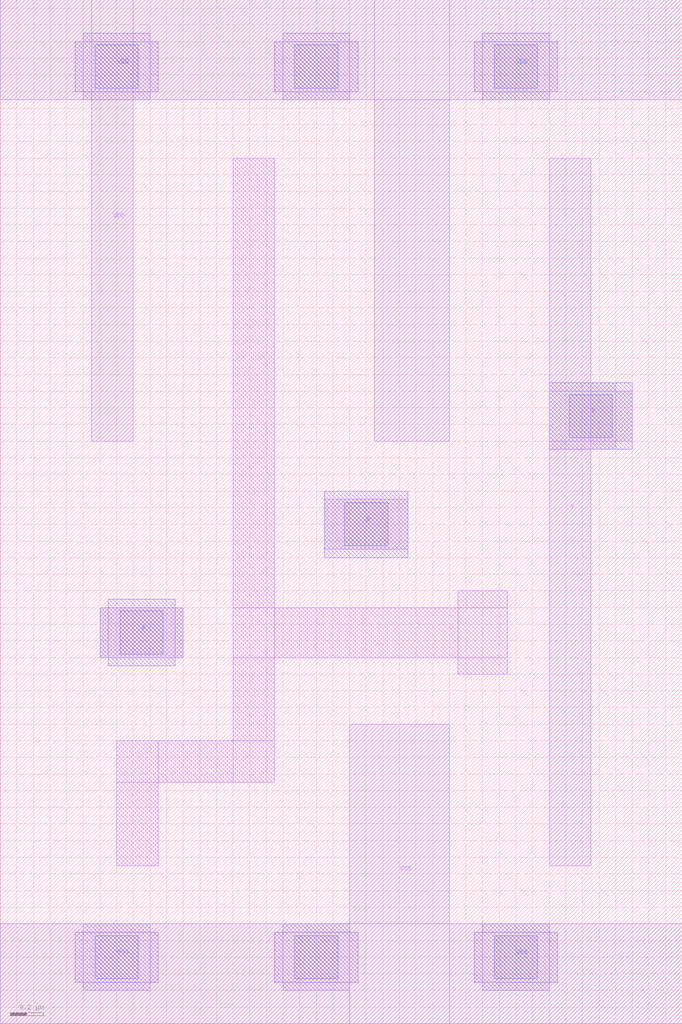
<source format=lef>
# Copyright 2022 Google LLC
# Licensed under the Apache License, Version 2.0 (the "License");
# you may not use this file except in compliance with the License.
# You may obtain a copy of the License at
#
#      http://www.apache.org/licenses/LICENSE-2.0
#
# Unless required by applicable law or agreed to in writing, software
# distributed under the License is distributed on an "AS IS" BASIS,
# WITHOUT WARRANTIES OR CONDITIONS OF ANY KIND, either express or implied.
# See the License for the specific language governing permissions and
# limitations under the License.
VERSION 5.7 ;
BUSBITCHARS "[]" ;
DIVIDERCHAR "/" ;

MACRO gf180mcu_osu_sc_9T_and2_1
  CLASS CORE ;
  ORIGIN 0 0 ;
  FOREIGN gf180mcu_osu_sc_9T_and2_1 0 0 ;
  SIZE 4.1 BY 6.15 ;
  SYMMETRY X Y ;
  SITE GF018hv5v_mcu_sc7 ;
  PIN A
    DIRECTION INPUT ;
    USE SIGNAL ;
    PORT
      LAYER MET1 ;
        RECT 0.6 2.2 1.1 2.5 ;
      LAYER MET2 ;
        RECT 0.6 2.2 1.1 2.5 ;
        RECT 0.65 2.15 1.05 2.55 ;
      LAYER VIA12 ;
        RECT 0.72 2.22 0.98 2.48 ;
    END
  END A
  PIN B
    DIRECTION INPUT ;
    USE SIGNAL ;
    PORT
      LAYER MET1 ;
        RECT 1.95 2.85 2.45 3.15 ;
      LAYER MET2 ;
        RECT 1.95 2.8 2.45 3.2 ;
      LAYER VIA12 ;
        RECT 2.07 2.87 2.33 3.13 ;
    END
  END B
  PIN VDD
    DIRECTION INOUT ;
    USE POWER ;
    SHAPE ABUTMENT ;
    PORT
      LAYER MET1 ;
        RECT 0 5.55 4.1 6.15 ;
        RECT 2.25 3.5 2.7 6.15 ;
        RECT 0.55 3.5 0.8 6.15 ;
      LAYER MET2 ;
        RECT 2.85 5.6 3.35 5.9 ;
        RECT 2.9 5.55 3.3 5.95 ;
        RECT 1.65 5.6 2.15 5.9 ;
        RECT 1.7 5.55 2.1 5.95 ;
        RECT 0.45 5.6 0.95 5.9 ;
        RECT 0.5 5.55 0.9 5.95 ;
      LAYER VIA12 ;
        RECT 0.57 5.62 0.83 5.88 ;
        RECT 1.77 5.62 2.03 5.88 ;
        RECT 2.97 5.62 3.23 5.88 ;
    END
  END VDD
  PIN VSS
    DIRECTION INOUT ;
    USE GROUND ;
    PORT
      LAYER MET1 ;
        RECT 0 0 4.1 0.6 ;
        RECT 2.1 0 2.7 1.8 ;
      LAYER MET2 ;
        RECT 2.85 0.25 3.35 0.55 ;
        RECT 2.9 0.2 3.3 0.6 ;
        RECT 1.65 0.25 2.15 0.55 ;
        RECT 1.7 0.2 2.1 0.6 ;
        RECT 0.45 0.25 0.95 0.55 ;
        RECT 0.5 0.2 0.9 0.6 ;
      LAYER VIA12 ;
        RECT 0.57 0.27 0.83 0.53 ;
        RECT 1.77 0.27 2.03 0.53 ;
        RECT 2.97 0.27 3.23 0.53 ;
    END
  END VSS
  PIN Y
    DIRECTION OUTPUT ;
    USE SIGNAL ;
    PORT
      LAYER MET1 ;
        RECT 3.3 3.5 3.8 3.8 ;
        RECT 3.3 3.45 3.7 3.85 ;
        RECT 3.3 0.95 3.55 5.2 ;
      LAYER MET2 ;
        RECT 3.3 3.45 3.8 3.85 ;
      LAYER VIA12 ;
        RECT 3.42 3.52 3.68 3.78 ;
    END
  END Y
  OBS
    LAYER MET1 ;
      RECT 1.4 1.45 1.65 5.2 ;
      RECT 2.75 2.1 3.05 2.6 ;
      RECT 1.4 2.2 3.05 2.5 ;
      RECT 0.7 1.45 1.65 1.7 ;
      RECT 0.7 0.95 0.95 1.7 ;
  END
END gf180mcu_osu_sc_9T_and2_1

</source>
